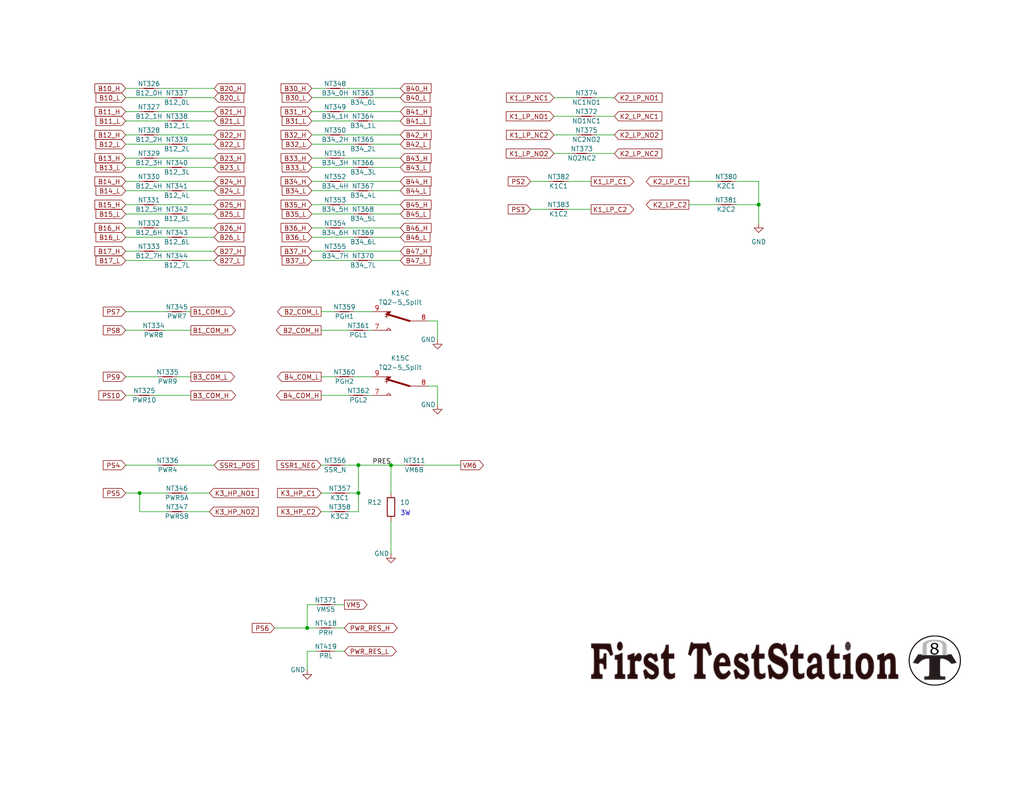
<source format=kicad_sch>
(kicad_sch (version 20230121) (generator eeschema)
  (paper "A")
  (title_block (title "FIRST TEST STATION SELFTEST BOARD 640-1010-021") (date "2023-10-01") (rev "2.1"))
  (lib_symbols
    (symbol "Library:NetTie_2" (pin_numbers hide) (pin_names (offset 0) hide) (in_bom no)
      (property "Reference" "NT" (at 0 1.27 0))
      (property "Value" "NetTie_2" (at 0 -1.27 0))
      (symbol "NetTie_2_0_1"
        (polyline (pts (xy -1.27 0) (xy 1.27 0)) (stroke (width 0.254)))
      )
      (symbol "NetTie_2_1_1"
        (pin passive line (at -2.54 0 0) (length 2.54) (name "1") (number "1"))
        (pin passive line (at 2.54 0 180) (length 2.54) (name "2") (number "2"))
      )
    )
    (symbol "Library:R" (pin_numbers hide) (pin_names (offset 0))
      (property "Reference" "R" (at 2.032 0 90))
      (property "Value" "R" (at 0 0 90))
      (symbol "R_0_1"
        (rectangle (start -1.016 -2.54) (end 1.016 2.54) (stroke (width 0.254)))
      )
      (symbol "R_1_1"
        (pin passive line (at 0 3.81 270) (length 1.27) (name "~") (number "1"))
        (pin passive line (at 0 -3.81 90) (length 1.27) (name "~") (number "2"))
      )
    )
    (symbol "Library:TQ2-5_Split"
      (property "Reference" "K" (at 6.35 1.27 0))
      (property "Value" "TQ2-5_Split" (at 6.35 -1.27 0))
      (symbol "TQ2-5_Split_0_0"
        (text "+" (at -1.27 3.81 0) (effects (font (size 1.27 1.27))))
      )
      (symbol "TQ2-5_Split_1_1"
        (rectangle (start -5.08 5.08) (end 5.08 -5.08) (stroke (width 0.254)) (fill (type background)))
        (rectangle (start -3.175 1.905) (end 3.175 -1.905) (stroke (width 0.254)))
        (polyline (pts (xy -2.54 -1.905) (xy 2.54 1.905)) (stroke (width 0.254)))
        (polyline (pts (xy 0 -5.08) (xy 0 -1.905)))
        (polyline (pts (xy 0 5.08) (xy 0 1.905)))
        (pin passive line (at 0 7.62 270) (length 2.54) (name "~") (number "1"))
        (pin passive line (at 0 -7.62 90) (length 2.54) (name "~") (number "10"))
      )
      (symbol "TQ2-5_Split_2_1"
        (polyline (pts (xy 0 -2.54) (xy -1.905 3.81)) (stroke (width 0.508)))
        (polyline (pts (xy 0 -2.54) (xy 0 -5.08)))
        (polyline (pts (xy -2.54 5.08) (xy -2.54 2.54) (xy -1.905 3.175) (xy -2.54 3.81)) (fill (type outline)))
        (polyline (pts (xy 2.54 5.08) (xy 2.54 2.54) (xy 1.905 3.175) (xy 2.54 3.81)))
        (pin passive line (at -2.54 7.62 270) (length 2.54) (name "~") (number "2"))
        (pin passive line (at 0 -7.62 90) (length 2.54) (name "~") (number "3"))
        (pin passive line (at 2.54 7.62 270) (length 2.54) (name "~") (number "4"))
      )
      (symbol "TQ2-5_Split_3_1"
        (polyline (pts (xy 0 -2.54) (xy -1.905 3.81)) (stroke (width 0.508)))
        (polyline (pts (xy 0 -2.54) (xy 0 -5.08)))
        (polyline (pts (xy -2.54 5.08) (xy -2.54 2.54) (xy -1.905 3.175) (xy -2.54 3.81)) (fill (type outline)))
        (polyline (pts (xy 2.54 5.08) (xy 2.54 2.54) (xy 1.905 3.175) (xy 2.54 3.81)))
        (pin passive line (at 2.54 7.62 270) (length 2.54) (name "~") (number "7"))
        (pin passive line (at 0 -7.62 90) (length 2.54) (name "~") (number "8"))
        (pin passive line (at -2.54 7.62 270) (length 2.54) (name "~") (number "9"))
      )
    )
    (symbol "power:GND" (power) (pin_names (offset 0))
      (property "Value" "GND" (at 0 -3.81 0))
      (symbol "GND_0_1"
        (polyline (pts (xy 0 0) (xy 0 -1.27) (xy 1.27 -1.27) (xy 0 -2.54) (xy -1.27 -1.27) (xy 0 -1.27)))
      )
      (symbol "GND_1_1"
        (pin power_in line (at 0 0 270) (length 0) hide (name "GND") (number "1"))
      )
    )
  )
  (junction (at 106.68 127))
  (junction (at 97.79 134.62))
  (junction (at 83.82 171.45))
  (junction (at 207.01 55.88))
  (junction (at 97.79 127))
  (junction (at 38.1 134.62))
  (wire (pts (xy 93.98 127) (xy 97.79 127)))
  (wire (pts (xy 207.01 55.88) (xy 207.01 60.96)))
  (wire (pts (xy 106.68 142.24) (xy 106.68 151.13)))
  (wire (pts (xy 96.52 102.87) (xy 101.6 102.87)))
  (wire (pts (xy 50.8 85.09) (xy 52.07 85.09)))
  (wire (pts (xy 50.8 45.72) (xy 58.42 45.72)))
  (wire (pts (xy 34.29 127) (xy 43.18 127)))
  (wire (pts (xy 162.56 36.83) (xy 167.64 36.83)))
  (wire (pts (xy 41.91 107.95) (xy 52.07 107.95)))
  (wire (pts (xy 151.13 26.67) (xy 157.48 26.67)))
  (wire (pts (xy 149.86 49.53) (xy 144.78 49.53)))
  (wire (pts (xy 43.18 68.58) (xy 58.42 68.58)))
  (wire (pts (xy 87.63 107.95) (xy 95.25 107.95)))
  (wire (pts (xy 34.29 45.72) (xy 45.72 45.72)))
  (wire (pts (xy 83.82 177.8) (xy 83.82 182.88)))
  (wire (pts (xy 85.09 58.42) (xy 96.52 58.42)))
  (wire (pts (xy 83.82 165.1) (xy 83.82 171.45)))
  (wire (pts (xy 34.29 26.67) (xy 45.72 26.67)))
  (wire (pts (xy 93.98 62.23) (xy 109.22 62.23)))
  (wire (pts (xy 87.63 85.09) (xy 91.44 85.09)))
  (wire (pts (xy 87.63 139.7) (xy 90.17 139.7)))
  (wire (pts (xy 93.98 30.48) (xy 109.22 30.48)))
  (wire (pts (xy 161.29 57.15) (xy 154.94 57.15)))
  (wire (pts (xy 101.6 58.42) (xy 109.22 58.42)))
  (wire (pts (xy 34.29 33.02) (xy 45.72 33.02)))
  (wire (pts (xy 85.09 55.88) (xy 88.9 55.88)))
  (wire (pts (xy 96.52 85.09) (xy 101.6 85.09)))
  (wire (pts (xy 93.98 43.18) (xy 109.22 43.18)))
  (wire (pts (xy 43.18 30.48) (xy 58.42 30.48)))
  (wire (pts (xy 45.72 139.7) (xy 38.1 139.7)))
  (wire (pts (xy 91.44 171.45) (xy 93.98 171.45)))
  (wire (pts (xy 87.63 90.17) (xy 95.25 90.17)))
  (wire (pts (xy 85.09 68.58) (xy 88.9 68.58)))
  (wire (pts (xy 101.6 39.37) (xy 109.22 39.37)))
  (wire (pts (xy 97.79 139.7) (xy 97.79 134.62)))
  (wire (pts (xy 50.8 139.7) (xy 57.15 139.7)))
  (wire (pts (xy 93.98 49.53) (xy 109.22 49.53)))
  (wire (pts (xy 34.29 58.42) (xy 45.72 58.42)))
  (wire (pts (xy 91.44 177.8) (xy 93.98 177.8)))
  (wire (pts (xy 162.56 31.75) (xy 167.64 31.75)))
  (wire (pts (xy 50.8 39.37) (xy 58.42 39.37)))
  (wire (pts (xy 95.25 134.62) (xy 97.79 134.62)))
  (wire (pts (xy 101.6 33.02) (xy 109.22 33.02)))
  (wire (pts (xy 50.8 64.77) (xy 58.42 64.77)))
  (wire (pts (xy 156.21 41.91) (xy 151.13 41.91)))
  (wire (pts (xy 43.18 24.13) (xy 58.42 24.13)))
  (wire (pts (xy 34.29 55.88) (xy 38.1 55.88)))
  (wire (pts (xy 85.09 33.02) (xy 96.52 33.02)))
  (wire (pts (xy 34.29 43.18) (xy 38.1 43.18)))
  (wire (pts (xy 149.86 57.15) (xy 144.78 57.15)))
  (wire (pts (xy 115.57 127) (xy 125.73 127)))
  (wire (pts (xy 85.09 52.07) (xy 96.52 52.07)))
  (wire (pts (xy 50.8 71.12) (xy 58.42 71.12)))
  (wire (pts (xy 101.6 26.67) (xy 109.22 26.67)))
  (wire (pts (xy 93.98 36.83) (xy 109.22 36.83)))
  (wire (pts (xy 34.29 107.95) (xy 36.83 107.95)))
  (wire (pts (xy 207.01 49.53) (xy 207.01 55.88)))
  (wire (pts (xy 95.25 139.7) (xy 97.79 139.7)))
  (wire (pts (xy 100.33 107.95) (xy 101.6 107.95)))
  (wire (pts (xy 187.96 55.88) (xy 195.58 55.88)))
  (wire (pts (xy 38.1 139.7) (xy 38.1 134.62)))
  (wire (pts (xy 83.82 177.8) (xy 86.36 177.8)))
  (wire (pts (xy 85.09 30.48) (xy 88.9 30.48)))
  (wire (pts (xy 34.29 49.53) (xy 38.1 49.53)))
  (wire (pts (xy 101.6 52.07) (xy 109.22 52.07)))
  (wire (pts (xy 50.8 134.62) (xy 57.15 134.62)))
  (wire (pts (xy 91.44 165.1) (xy 93.98 165.1)))
  (wire (pts (xy 97.79 127) (xy 106.68 127)))
  (wire (pts (xy 43.18 36.83) (xy 58.42 36.83)))
  (wire (pts (xy 116.84 87.63) (xy 119.38 87.63)))
  (wire (pts (xy 85.09 64.77) (xy 96.52 64.77)))
  (wire (pts (xy 85.09 43.18) (xy 88.9 43.18)))
  (wire (pts (xy 116.84 105.41) (xy 119.38 105.41)))
  (wire (pts (xy 34.29 85.09) (xy 45.72 85.09)))
  (wire (pts (xy 200.66 49.53) (xy 207.01 49.53)))
  (wire (pts (xy 87.63 102.87) (xy 91.44 102.87)))
  (wire (pts (xy 100.33 90.17) (xy 101.6 90.17)))
  (wire (pts (xy 50.8 26.67) (xy 58.42 26.67)))
  (wire (pts (xy 93.98 68.58) (xy 109.22 68.58)))
  (wire (pts (xy 34.29 39.37) (xy 45.72 39.37)))
  (wire (pts (xy 151.13 36.83) (xy 157.48 36.83)))
  (wire (pts (xy 85.09 39.37) (xy 96.52 39.37)))
  (wire (pts (xy 187.96 49.53) (xy 195.58 49.53)))
  (wire (pts (xy 43.18 49.53) (xy 58.42 49.53)))
  (wire (pts (xy 48.26 102.87) (xy 52.07 102.87)))
  (wire (pts (xy 34.29 30.48) (xy 38.1 30.48)))
  (wire (pts (xy 101.6 71.12) (xy 109.22 71.12)))
  (wire (pts (xy 43.18 43.18) (xy 58.42 43.18)))
  (wire (pts (xy 200.66 55.88) (xy 207.01 55.88)))
  (wire (pts (xy 97.79 134.62) (xy 97.79 127)))
  (wire (pts (xy 119.38 105.41) (xy 119.38 110.49)))
  (wire (pts (xy 85.09 36.83) (xy 88.9 36.83)))
  (wire (pts (xy 34.29 68.58) (xy 38.1 68.58)))
  (wire (pts (xy 85.09 71.12) (xy 96.52 71.12)))
  (wire (pts (xy 34.29 102.87) (xy 43.18 102.87)))
  (wire (pts (xy 83.82 171.45) (xy 86.36 171.45)))
  (wire (pts (xy 48.26 127) (xy 58.42 127)))
  (wire (pts (xy 85.09 26.67) (xy 96.52 26.67)))
  (wire (pts (xy 157.48 31.75) (xy 151.13 31.75)))
  (wire (pts (xy 34.29 36.83) (xy 38.1 36.83)))
  (wire (pts (xy 50.8 52.07) (xy 58.42 52.07)))
  (wire (pts (xy 167.64 41.91) (xy 161.29 41.91)))
  (wire (pts (xy 85.09 45.72) (xy 96.52 45.72)))
  (wire (pts (xy 85.09 49.53) (xy 88.9 49.53)))
  (wire (pts (xy 34.29 90.17) (xy 39.37 90.17)))
  (wire (pts (xy 43.18 55.88) (xy 58.42 55.88)))
  (wire (pts (xy 34.29 71.12) (xy 45.72 71.12)))
  (wire (pts (xy 119.38 87.63) (xy 119.38 92.71)))
  (wire (pts (xy 38.1 134.62) (xy 45.72 134.62)))
  (wire (pts (xy 93.98 24.13) (xy 109.22 24.13)))
  (wire (pts (xy 34.29 62.23) (xy 38.1 62.23)))
  (wire (pts (xy 106.68 127) (xy 110.49 127)))
  (wire (pts (xy 85.09 62.23) (xy 88.9 62.23)))
  (wire (pts (xy 87.63 127) (xy 88.9 127)))
  (wire (pts (xy 34.29 24.13) (xy 38.1 24.13)))
  (wire (pts (xy 74.93 171.45) (xy 83.82 171.45)))
  (wire (pts (xy 44.45 90.17) (xy 52.07 90.17)))
  (wire (pts (xy 34.29 52.07) (xy 45.72 52.07)))
  (wire (pts (xy 85.09 24.13) (xy 88.9 24.13)))
  (wire (pts (xy 43.18 62.23) (xy 58.42 62.23)))
  (wire (pts (xy 34.29 64.77) (xy 45.72 64.77)))
  (wire (pts (xy 93.98 55.88) (xy 109.22 55.88)))
  (wire (pts (xy 101.6 45.72) (xy 109.22 45.72)))
  (wire (pts (xy 106.68 127) (xy 106.68 134.62)))
  (wire (pts (xy 86.36 165.1) (xy 83.82 165.1)))
  (wire (pts (xy 50.8 58.42) (xy 58.42 58.42)))
  (wire (pts (xy 161.29 49.53) (xy 154.94 49.53)))
  (wire (pts (xy 50.8 33.02) (xy 58.42 33.02)))
  (wire (pts (xy 101.6 64.77) (xy 109.22 64.77)))
  (wire (pts (xy 34.29 134.62) (xy 38.1 134.62)))
  (wire (pts (xy 87.63 134.62) (xy 90.17 134.62)))
  (wire (pts (xy 162.56 26.67) (xy 167.64 26.67)))
  (image (at 255.27 180.34))
  (image (at 203.2 180.34) (scale 2.13772))
  (text "3W" (at 109.22 140.97 0) (effects (font (size 1.27 1.27)) (justify left bottom)))
  (label "PRES" (at 101.6 127 0))
  (global_label "K1_LP_NC1" (shape input) (at 151.13 26.67 180) (property "Intersheetrefs" "${INTERSHEET_REFS}" (effects hide)))
  (global_label "PS10" (shape input) (at 34.29 107.95 180) (property "Intersheetrefs" "${INTERSHEET_REFS}" (effects hide)))
  (global_label "B43_H" (shape input) (at 109.22 43.18 0) (property "Intersheetrefs" "${INTERSHEET_REFS}" (effects hide)))
  (global_label "B46_H" (shape input) (at 109.22 62.23 0) (property "Intersheetrefs" "${INTERSHEET_REFS}" (effects hide)))
  (global_label "B43_L" (shape input) (at 109.22 45.72 0) (property "Intersheetrefs" "${INTERSHEET_REFS}" (effects hide)))
  (global_label "B20_H" (shape input) (at 58.42 24.13 0) (property "Intersheetrefs" "${INTERSHEET_REFS}" (effects hide)))
  (global_label "B16_H" (shape input) (at 34.29 62.23 180) (property "Intersheetrefs" "${INTERSHEET_REFS}" (effects hide)))
  (global_label "B3_COM_L" (shape output) (at 52.07 102.87 0) (property "Intersheetrefs" "${INTERSHEET_REFS}" (effects hide)))
  (global_label "B21_H" (shape input) (at 58.42 30.48 0) (property "Intersheetrefs" "${INTERSHEET_REFS}" (effects hide)))
  (global_label "B37_L" (shape input) (at 85.09 71.12 180) (property "Intersheetrefs" "${INTERSHEET_REFS}" (effects hide)))
  (global_label "B12_L" (shape input) (at 34.29 39.37 180) (property "Intersheetrefs" "${INTERSHEET_REFS}" (effects hide)))
  (global_label "B13_H" (shape input) (at 34.29 43.18 180) (property "Intersheetrefs" "${INTERSHEET_REFS}" (effects hide)))
  (global_label "B23_H" (shape input) (at 58.42 43.18 0) (property "Intersheetrefs" "${INTERSHEET_REFS}" (effects hide)))
  (global_label "B36_L" (shape input) (at 85.09 64.77 180) (property "Intersheetrefs" "${INTERSHEET_REFS}" (effects hide)))
  (global_label "VM6" (shape output) (at 125.73 127 0) (property "Intersheetrefs" "${INTERSHEET_REFS}" (effects hide)))
  (global_label "B35_H" (shape input) (at 85.09 55.88 180) (property "Intersheetrefs" "${INTERSHEET_REFS}" (effects hide)))
  (global_label "B41_L" (shape input) (at 109.22 33.02 0) (property "Intersheetrefs" "${INTERSHEET_REFS}" (effects hide)))
  (global_label "PS8" (shape input) (at 34.29 90.17 180) (property "Intersheetrefs" "${INTERSHEET_REFS}" (effects hide)))
  (global_label "B15_H" (shape input) (at 34.29 55.88 180) (property "Intersheetrefs" "${INTERSHEET_REFS}" (effects hide)))
  (global_label "B30_L" (shape input) (at 85.09 26.67 180) (property "Intersheetrefs" "${INTERSHEET_REFS}" (effects hide)))
  (global_label "B17_L" (shape input) (at 34.29 71.12 180) (property "Intersheetrefs" "${INTERSHEET_REFS}" (effects hide)))
  (global_label "B41_H" (shape input) (at 109.22 30.48 0) (property "Intersheetrefs" "${INTERSHEET_REFS}" (effects hide)))
  (global_label "PS4" (shape input) (at 34.29 127 180) (property "Intersheetrefs" "${INTERSHEET_REFS}" (effects hide)))
  (global_label "B42_L" (shape input) (at 109.22 39.37 0) (property "Intersheetrefs" "${INTERSHEET_REFS}" (effects hide)))
  (global_label "SSR1_POS" (shape input) (at 58.42 127 0) (property "Intersheetrefs" "${INTERSHEET_REFS}" (effects hide)))
  (global_label "B21_L" (shape input) (at 58.42 33.02 0) (property "Intersheetrefs" "${INTERSHEET_REFS}" (effects hide)))
  (global_label "B32_L" (shape input) (at 85.09 39.37 180) (property "Intersheetrefs" "${INTERSHEET_REFS}" (effects hide)))
  (global_label "B25_L" (shape input) (at 58.42 58.42 0) (property "Intersheetrefs" "${INTERSHEET_REFS}" (effects hide)))
  (global_label "B3_COM_H" (shape output) (at 52.07 107.95 0) (property "Intersheetrefs" "${INTERSHEET_REFS}" (effects hide)))
  (global_label "B45_L" (shape input) (at 109.22 58.42 0) (property "Intersheetrefs" "${INTERSHEET_REFS}" (effects hide)))
  (global_label "B32_H" (shape input) (at 85.09 36.83 180) (property "Intersheetrefs" "${INTERSHEET_REFS}" (effects hide)))
  (global_label "PWR_RES_H" (shape bidirectional) (at 93.98 171.45 0) (property "Intersheetrefs" "${INTERSHEET_REFS}" (effects hide)))
  (global_label "PS3" (shape input) (at 144.78 57.15 180) (property "Intersheetrefs" "${INTERSHEET_REFS}" (effects hide)))
  (global_label "K1_LP_C1" (shape output) (at 161.29 49.53 0) (property "Intersheetrefs" "${INTERSHEET_REFS}" (effects hide)))
  (global_label "K1_LP_C2" (shape output) (at 161.29 57.15 0) (property "Intersheetrefs" "${INTERSHEET_REFS}" (effects hide)))
  (global_label "B31_L" (shape input) (at 85.09 33.02 180) (property "Intersheetrefs" "${INTERSHEET_REFS}" (effects hide)))
  (global_label "B37_H" (shape input) (at 85.09 68.58 180) (property "Intersheetrefs" "${INTERSHEET_REFS}" (effects hide)))
  (global_label "B34_H" (shape input) (at 85.09 49.53 180) (property "Intersheetrefs" "${INTERSHEET_REFS}" (effects hide)))
  (global_label "B17_H" (shape input) (at 34.29 68.58 180) (property "Intersheetrefs" "${INTERSHEET_REFS}" (effects hide)))
  (global_label "B35_L" (shape input) (at 85.09 58.42 180) (property "Intersheetrefs" "${INTERSHEET_REFS}" (effects hide)))
  (global_label "B25_H" (shape input) (at 58.42 55.88 0) (property "Intersheetrefs" "${INTERSHEET_REFS}" (effects hide)))
  (global_label "B11_H" (shape input) (at 34.29 30.48 180) (property "Intersheetrefs" "${INTERSHEET_REFS}" (effects hide)))
  (global_label "VM5" (shape output) (at 93.98 165.1 0) (property "Intersheetrefs" "${INTERSHEET_REFS}" (effects hide)))
  (global_label "B27_H" (shape input) (at 58.42 68.58 0) (property "Intersheetrefs" "${INTERSHEET_REFS}" (effects hide)))
  (global_label "K2_LP_NC2" (shape input) (at 167.64 41.91 0) (property "Intersheetrefs" "${INTERSHEET_REFS}" (effects hide)))
  (global_label "B2_COM_H" (shape output) (at 87.63 90.17 180) (property "Intersheetrefs" "${INTERSHEET_REFS}" (effects hide)))
  (global_label "B33_L" (shape input) (at 85.09 45.72 180) (property "Intersheetrefs" "${INTERSHEET_REFS}" (effects hide)))
  (global_label "B47_H" (shape input) (at 109.22 68.58 0) (property "Intersheetrefs" "${INTERSHEET_REFS}" (effects hide)))
  (global_label "PS2" (shape input) (at 144.78 49.53 180) (property "Intersheetrefs" "${INTERSHEET_REFS}" (effects hide)))
  (global_label "PS6" (shape input) (at 74.93 171.45 180) (property "Intersheetrefs" "${INTERSHEET_REFS}" (effects hide)))
  (global_label "B1_COM_H" (shape output) (at 52.07 90.17 0) (property "Intersheetrefs" "${INTERSHEET_REFS}" (effects hide)))
  (global_label "B36_H" (shape input) (at 85.09 62.23 180) (property "Intersheetrefs" "${INTERSHEET_REFS}" (effects hide)))
  (global_label "B20_L" (shape input) (at 58.42 26.67 0) (property "Intersheetrefs" "${INTERSHEET_REFS}" (effects hide)))
  (global_label "B14_L" (shape input) (at 34.29 52.07 180) (property "Intersheetrefs" "${INTERSHEET_REFS}" (effects hide)))
  (global_label "B42_H" (shape input) (at 109.22 36.83 0) (property "Intersheetrefs" "${INTERSHEET_REFS}" (effects hide)))
  (global_label "PS9" (shape input) (at 34.29 102.87 180) (property "Intersheetrefs" "${INTERSHEET_REFS}" (effects hide)))
  (global_label "B45_H" (shape input) (at 109.22 55.88 0) (property "Intersheetrefs" "${INTERSHEET_REFS}" (effects hide)))
  (global_label "K2_LP_NO1" (shape input) (at 167.64 26.67 0) (property "Intersheetrefs" "${INTERSHEET_REFS}" (effects hide)))
  (global_label "K1_LP_NC2" (shape input) (at 151.13 36.83 180) (property "Intersheetrefs" "${INTERSHEET_REFS}" (effects hide)))
  (global_label "K3_HP_NO1" (shape input) (at 57.15 134.62 0) (property "Intersheetrefs" "${INTERSHEET_REFS}" (effects hide)))
  (global_label "B1_COM_L" (shape output) (at 52.07 85.09 0) (property "Intersheetrefs" "${INTERSHEET_REFS}" (effects hide)))
  (global_label "K1_LP_NO1" (shape input) (at 151.13 31.75 180) (property "Intersheetrefs" "${INTERSHEET_REFS}" (effects hide)))
  (global_label "B10_L" (shape input) (at 34.29 26.67 180) (property "Intersheetrefs" "${INTERSHEET_REFS}" (effects hide)))
  (global_label "B46_L" (shape input) (at 109.22 64.77 0) (property "Intersheetrefs" "${INTERSHEET_REFS}" (effects hide)))
  (global_label "B23_L" (shape input) (at 58.42 45.72 0) (property "Intersheetrefs" "${INTERSHEET_REFS}" (effects hide)))
  (global_label "B27_L" (shape input) (at 58.42 71.12 0) (property "Intersheetrefs" "${INTERSHEET_REFS}" (effects hide)))
  (global_label "B4_COM_L" (shape output) (at 87.63 102.87 180) (property "Intersheetrefs" "${INTERSHEET_REFS}" (effects hide)))
  (global_label "B44_H" (shape input) (at 109.22 49.53 0) (property "Intersheetrefs" "${INTERSHEET_REFS}" (effects hide)))
  (global_label "B12_H" (shape input) (at 34.29 36.83 180) (property "Intersheetrefs" "${INTERSHEET_REFS}" (effects hide)))
  (global_label "K3_HP_C2" (shape input) (at 87.63 139.7 180) (property "Intersheetrefs" "${INTERSHEET_REFS}" (effects hide)))
  (global_label "B24_L" (shape input) (at 58.42 52.07 0) (property "Intersheetrefs" "${INTERSHEET_REFS}" (effects hide)))
  (global_label "K2_LP_NC1" (shape input) (at 167.64 31.75 0) (property "Intersheetrefs" "${INTERSHEET_REFS}" (effects hide)))
  (global_label "B4_COM_H" (shape output) (at 87.63 107.95 180) (property "Intersheetrefs" "${INTERSHEET_REFS}" (effects hide)))
  (global_label "PS7" (shape input) (at 34.29 85.09 180) (property "Intersheetrefs" "${INTERSHEET_REFS}" (effects hide)))
  (global_label "B16_L" (shape input) (at 34.29 64.77 180) (property "Intersheetrefs" "${INTERSHEET_REFS}" (effects hide)))
  (global_label "PWR_RES_L" (shape bidirectional) (at 93.98 177.8 0) (property "Intersheetrefs" "${INTERSHEET_REFS}" (effects hide)))
  (global_label "K2_LP_NO2" (shape input) (at 167.64 36.83 0) (property "Intersheetrefs" "${INTERSHEET_REFS}" (effects hide)))
  (global_label "B30_H" (shape input) (at 85.09 24.13 180) (property "Intersheetrefs" "${INTERSHEET_REFS}" (effects hide)))
  (global_label "B47_L" (shape input) (at 109.22 71.12 0) (property "Intersheetrefs" "${INTERSHEET_REFS}" (effects hide)))
  (global_label "B10_H" (shape input) (at 34.29 24.13 180) (property "Intersheetrefs" "${INTERSHEET_REFS}" (effects hide)))
  (global_label "B31_H" (shape input) (at 85.09 30.48 180) (property "Intersheetrefs" "${INTERSHEET_REFS}" (effects hide)))
  (global_label "K1_LP_NO2" (shape input) (at 151.13 41.91 180) (property "Intersheetrefs" "${INTERSHEET_REFS}" (effects hide)))
  (global_label "B13_L" (shape input) (at 34.29 45.72 180) (property "Intersheetrefs" "${INTERSHEET_REFS}" (effects hide)))
  (global_label "B40_L" (shape input) (at 109.22 26.67 0) (property "Intersheetrefs" "${INTERSHEET_REFS}" (effects hide)))
  (global_label "B40_H" (shape input) (at 109.22 24.13 0) (property "Intersheetrefs" "${INTERSHEET_REFS}" (effects hide)))
  (global_label "SSR1_NEG" (shape input) (at 87.63 127 180) (property "Intersheetrefs" "${INTERSHEET_REFS}" (effects hide)))
  (global_label "B15_L" (shape input) (at 34.29 58.42 180) (property "Intersheetrefs" "${INTERSHEET_REFS}" (effects hide)))
  (global_label "B2_COM_L" (shape output) (at 87.63 85.09 180) (property "Intersheetrefs" "${INTERSHEET_REFS}" (effects hide)))
  (global_label "B34_L" (shape input) (at 85.09 52.07 180) (property "Intersheetrefs" "${INTERSHEET_REFS}" (effects hide)))
  (global_label "B14_H" (shape input) (at 34.29 49.53 180) (property "Intersheetrefs" "${INTERSHEET_REFS}" (effects hide)))
  (global_label "K3_HP_C1" (shape input) (at 87.63 134.62 180) (property "Intersheetrefs" "${INTERSHEET_REFS}" (effects hide)))
  (global_label "B44_L" (shape input) (at 109.22 52.07 0) (property "Intersheetrefs" "${INTERSHEET_REFS}" (effects hide)))
  (global_label "B24_H" (shape input) (at 58.42 49.53 0) (property "Intersheetrefs" "${INTERSHEET_REFS}" (effects hide)))
  (global_label "B22_H" (shape input) (at 58.42 36.83 0) (property "Intersheetrefs" "${INTERSHEET_REFS}" (effects hide)))
  (global_label "B26_H" (shape input) (at 58.42 62.23 0) (property "Intersheetrefs" "${INTERSHEET_REFS}" (effects hide)))
  (global_label "K2_LP_C2" (shape output) (at 187.96 55.88 180) (property "Intersheetrefs" "${INTERSHEET_REFS}" (effects hide)))
  (global_label "B11_L" (shape input) (at 34.29 33.02 180) (property "Intersheetrefs" "${INTERSHEET_REFS}" (effects hide)))
  (global_label "K2_LP_C1" (shape output) (at 187.96 49.53 180) (property "Intersheetrefs" "${INTERSHEET_REFS}" (effects hide)))
  (global_label "PS5" (shape input) (at 34.29 134.62 180) (property "Intersheetrefs" "${INTERSHEET_REFS}" (effects hide)))
  (global_label "B26_L" (shape input) (at 58.42 64.77 0) (property "Intersheetrefs" "${INTERSHEET_REFS}" (effects hide)))
  (global_label "K3_HP_NO2" (shape input) (at 57.15 139.7 0) (property "Intersheetrefs" "${INTERSHEET_REFS}" (effects hide)))
  (global_label "B22_L" (shape input) (at 58.42 39.37 0) (property "Intersheetrefs" "${INTERSHEET_REFS}" (effects hide)))
  (global_label "B33_H" (shape input) (at 85.09 43.18 180) (property "Intersheetrefs" "${INTERSHEET_REFS}" (effects hide)))
  (symbol (lib_id "power:GND") (at 119.38 110.49 0) (unit 1)
    (property "Reference" "#PWR042" (effects hide))
    (property "Value" "GND" (at 116.84 110.49 0))
  )
  (symbol (lib_id "Library:NetTie_2") (at 48.26 26.67 0) (mirror y) (unit 1)
    (property "Reference" "NT337" (at 48.26 25.4 0))
    (property "Value" "B12_0L" (at 48.26 27.94 0))
    (property "Footprint" "NetTie:NetTie-2_Front1.0mm" (effects hide))
  )
  (symbol (lib_id "Library:NetTie_2") (at 48.26 45.72 0) (mirror y) (unit 1)
    (property "Reference" "NT340" (at 48.26 44.45 0))
    (property "Value" "B12_3L" (at 48.26 46.99 0))
    (property "Footprint" "NetTie:NetTie-2_Front1.0mm" (effects hide))
  )
  (symbol (lib_id "Library:NetTie_2") (at 48.26 64.77 0) (mirror y) (unit 1)
    (property "Reference" "NT343" (at 48.26 63.5 0))
    (property "Value" "B12_6L" (at 48.26 66.04 0))
    (property "Footprint" "NetTie:NetTie-2_Front1.0mm" (effects hide))
  )
  (symbol (lib_id "Library:NetTie_2") (at 99.06 58.42 0) (mirror y) (unit 1)
    (property "Reference" "NT368" (at 99.06 57.15 0))
    (property "Value" "B34_5L" (at 99.06 59.69 0))
    (property "Footprint" "NetTie:NetTie-2_Front1.0mm" (effects hide))
  )
  (symbol (lib_id "power:GND") (at 119.38 92.71 0) (unit 1)
    (property "Reference" "#PWR041" (effects hide))
    (property "Value" "GND" (at 116.84 92.71 0))
  )
  (symbol (lib_id "Library:NetTie_2") (at 93.98 102.87 0) (mirror y) (unit 1)
    (property "Reference" "NT360" (at 93.98 101.6 0))
    (property "Value" "PGH2" (at 93.98 104.14 0))
    (property "Footprint" "NetTie:NetTie-2_Front1.0mm" (effects hide))
  )
  (symbol (lib_id "Library:NetTie_2") (at 45.72 127 0) (mirror y) (unit 1)
    (property "Reference" "NT336" (at 45.72 125.73 0))
    (property "Value" "PWR4" (at 45.72 128.27 0))
    (property "Footprint" "NetTie:NetTie-2_Front1.0mm" (effects hide))
  )
  (symbol (lib_id "Library:NetTie_2") (at 91.44 36.83 0) (unit 1)
    (property "Reference" "NT350" (at 91.44 35.56 0))
    (property "Value" "B34_2H" (at 91.44 38.1 0))
    (property "Footprint" "NetTie:NetTie-2_Front1.0mm" (effects hide))
  )
  (symbol (lib_id "Library:NetTie_2") (at 91.44 127 0) (mirror y) (unit 1)
    (property "Reference" "NT356" (at 91.44 125.73 0))
    (property "Value" "SSR_N" (at 91.44 128.27 0))
    (property "Footprint" "NetTie:NetTie-2_Front1.0mm" (effects hide))
  )
  (symbol (lib_id "Library:NetTie_2") (at 40.64 36.83 0) (unit 1)
    (property "Reference" "NT328" (at 40.64 35.56 0))
    (property "Value" "B12_2H" (at 40.64 38.1 0))
    (property "Footprint" "NetTie:NetTie-2_Front1.0mm" (effects hide))
  )
  (symbol (lib_id "Library:NetTie_2") (at 48.26 58.42 0) (mirror y) (unit 1)
    (property "Reference" "NT342" (at 48.26 57.15 0))
    (property "Value" "B12_5L" (at 48.26 59.69 0))
    (property "Footprint" "NetTie:NetTie-2_Front1.0mm" (effects hide))
  )
  (symbol (lib_id "Library:NetTie_2") (at 152.4 49.53 0) (unit 1)
    (property "Reference" "NT382" (at 152.4 48.26 0))
    (property "Value" "K1C1" (at 152.4 50.8 0))
    (property "Footprint" "NetTie:NetTie-2_Front1.0mm" (effects hide))
  )
  (symbol (lib_id "Library:NetTie_2") (at 48.26 139.7 0) (mirror y) (unit 1)
    (property "Reference" "NT347" (at 48.26 138.43 0))
    (property "Value" "PWR5B" (at 48.26 140.97 0))
    (property "Footprint" "NetTie:NetTie-2_Front1.0mm" (effects hide))
  )
  (symbol (lib_id "Library:NetTie_2") (at 45.72 102.87 0) (mirror y) (unit 1)
    (property "Reference" "NT335" (at 45.72 101.6 0))
    (property "Value" "PWR9" (at 45.72 104.14 0))
    (property "Footprint" "NetTie:NetTie-2_Front1.0mm" (effects hide))
  )
  (symbol (lib_id "Library:NetTie_2") (at 91.44 24.13 0) (unit 1)
    (property "Reference" "NT348" (at 91.44 22.86 0))
    (property "Value" "B34_0H" (at 91.44 25.4 0))
    (property "Footprint" "NetTie:NetTie-2_Front1.0mm" (effects hide))
  )
  (symbol (lib_id "Library:NetTie_2") (at 48.26 134.62 0) (mirror y) (unit 1)
    (property "Reference" "NT346" (at 48.26 133.35 0))
    (property "Value" "PWR5A" (at 48.26 135.89 0))
    (property "Footprint" "NetTie:NetTie-2_Front1.0mm" (effects hide))
  )
  (symbol (lib_id "power:GND") (at 106.68 151.13 0) (unit 1)
    (property "Reference" "#PWR040" (effects hide))
    (property "Value" "GND" (at 104.14 151.13 0))
  )
  (symbol (lib_id "Library:NetTie_2") (at 91.44 43.18 0) (unit 1)
    (property "Reference" "NT351" (at 91.44 41.91 0))
    (property "Value" "B34_3H" (at 91.44 44.45 0))
    (property "Footprint" "NetTie:NetTie-2_Front1.0mm" (effects hide))
  )
  (symbol (lib_id "Library:NetTie_2") (at 91.44 55.88 0) (unit 1)
    (property "Reference" "NT353" (at 91.44 54.61 0))
    (property "Value" "B34_5H" (at 91.44 57.15 0))
    (property "Footprint" "NetTie:NetTie-2_Front1.0mm" (effects hide))
  )
  (symbol (lib_id "Library:NetTie_2") (at 99.06 64.77 0) (mirror y) (unit 1)
    (property "Reference" "NT369" (at 99.06 63.5 0))
    (property "Value" "B34_6L" (at 99.06 66.04 0))
    (property "Footprint" "NetTie:NetTie-2_Front1.0mm" (effects hide))
  )
  (symbol (lib_id "Library:NetTie_2") (at 97.79 90.17 0) (mirror y) (unit 1)
    (property "Reference" "NT361" (at 97.79 88.9 0))
    (property "Value" "PGL1" (at 97.79 91.44 0))
    (property "Footprint" "NetTie:NetTie-2_Front1.0mm" (effects hide))
  )
  (symbol (lib_id "Library:NetTie_2") (at 160.02 31.75 0) (mirror y) (unit 1)
    (property "Reference" "NT372" (at 160.02 30.48 0))
    (property "Value" "NO1NC1" (at 160.02 33.02 0))
    (property "Footprint" "NetTie:NetTie-2_Front1.0mm" (effects hide))
  )
  (symbol (lib_id "Library:NetTie_2") (at 99.06 52.07 0) (mirror y) (unit 1)
    (property "Reference" "NT367" (at 99.06 50.8 0))
    (property "Value" "B34_4L" (at 99.06 53.34 0))
    (property "Footprint" "NetTie:NetTie-2_Front1.0mm" (effects hide))
  )
  (symbol (lib_id "Library:NetTie_2") (at 92.71 134.62 0) (mirror y) (unit 1)
    (property "Reference" "NT357" (at 92.71 133.35 0))
    (property "Value" "K3C1" (at 92.71 135.89 0))
    (property "Footprint" "NetTie:NetTie-2_Front1.0mm" (effects hide))
  )
  (symbol (lib_id "Library:NetTie_2") (at 40.64 43.18 0) (unit 1)
    (property "Reference" "NT329" (at 40.64 41.91 0))
    (property "Value" "B12_3H" (at 40.64 44.45 0))
    (property "Footprint" "NetTie:NetTie-2_Front1.0mm" (effects hide))
  )
  (symbol (lib_id "Library:NetTie_2") (at 48.26 71.12 0) (mirror y) (unit 1)
    (property "Reference" "NT344" (at 48.26 69.85 0))
    (property "Value" "B12_7L" (at 48.26 72.39 0))
    (property "Footprint" "NetTie:NetTie-2_Front1.0mm" (effects hide))
  )
  (symbol (lib_id "power:GND") (at 207.01 60.96 0) (mirror y) (unit 1)
    (property "Reference" "#PWR043" (effects hide))
    (property "Value" "GND" (at 207.01 66.04 0))
  )
  (symbol (lib_id "Library:TQ2-5_Split") (at 109.22 87.63 90) (mirror x) (unit 3)
    (property "Reference" "K14" (at 109.22 80.01 90))
    (property "Value" "TQ2-5_Split" (at 109.22 82.55 90))
    (property "Footprint" "Relay_THT:Relay_DPDT_FRT5" (effects hide))
  )
  (symbol (lib_id "Library:NetTie_2") (at 88.9 177.8 0) (mirror y) (unit 1)
    (property "Reference" "NT419" (at 88.9 176.53 0))
    (property "Value" "PRL" (at 88.9 179.07 0))
    (property "Footprint" "NetTie:NetTie-2_Front1.0mm" (effects hide))
  )
  (symbol (lib_id "Library:NetTie_2") (at 48.26 85.09 0) (mirror y) (unit 1)
    (property "Reference" "NT345" (at 48.26 83.82 0))
    (property "Value" "PWR7" (at 48.26 86.36 0))
    (property "Footprint" "NetTie:NetTie-2_Front1.0mm" (effects hide))
  )
  (symbol (lib_id "Library:NetTie_2") (at 48.26 39.37 0) (mirror y) (unit 1)
    (property "Reference" "NT339" (at 48.26 38.1 0))
    (property "Value" "B12_2L" (at 48.26 40.64 0))
    (property "Footprint" "NetTie:NetTie-2_Front1.0mm" (effects hide))
  )
  (symbol (lib_id "Library:NetTie_2") (at 99.06 39.37 0) (mirror y) (unit 1)
    (property "Reference" "NT365" (at 99.06 38.1 0))
    (property "Value" "B34_2L" (at 99.06 40.64 0))
    (property "Footprint" "NetTie:NetTie-2_Front1.0mm" (effects hide))
  )
  (symbol (lib_id "Library:NetTie_2") (at 93.98 85.09 0) (mirror y) (unit 1)
    (property "Reference" "NT359" (at 93.98 83.82 0))
    (property "Value" "PGH1" (at 93.98 86.36 0))
    (property "Footprint" "NetTie:NetTie-2_Front1.0mm" (effects hide))
  )
  (symbol (lib_id "Library:NetTie_2") (at 40.64 49.53 0) (unit 1)
    (property "Reference" "NT330" (at 40.64 48.26 0))
    (property "Value" "B12_4H" (at 40.64 50.8 0))
    (property "Footprint" "NetTie:NetTie-2_Front1.0mm" (effects hide))
  )
  (symbol (lib_id "Library:NetTie_2") (at 198.12 49.53 0) (mirror y) (unit 1)
    (property "Reference" "NT380" (at 198.12 48.26 0))
    (property "Value" "K2C1" (at 198.12 50.8 0))
    (property "Footprint" "NetTie:NetTie-2_Front1.0mm" (effects hide))
  )
  (symbol (lib_id "Library:NetTie_2") (at 160.02 36.83 0) (mirror y) (unit 1)
    (property "Reference" "NT375" (at 160.02 35.56 0))
    (property "Value" "NC2NO2" (at 160.02 38.1 0))
    (property "Footprint" "NetTie:NetTie-2_Front1.0mm" (effects hide))
  )
  (symbol (lib_id "Library:NetTie_2") (at 99.06 71.12 0) (mirror y) (unit 1)
    (property "Reference" "NT370" (at 99.06 69.85 0))
    (property "Value" "B34_7L" (at 99.06 72.39 0))
    (property "Footprint" "NetTie:NetTie-2_Front1.0mm" (effects hide))
  )
  (symbol (lib_id "Library:NetTie_2") (at 152.4 57.15 0) (unit 1)
    (property "Reference" "NT383" (at 152.4 55.88 0))
    (property "Value" "K1C2" (at 152.4 58.42 0))
    (property "Footprint" "NetTie:NetTie-2_Front1.0mm" (effects hide))
  )
  (symbol (lib_id "Library:NetTie_2") (at 99.06 33.02 0) (mirror y) (unit 1)
    (property "Reference" "NT364" (at 99.06 31.75 0))
    (property "Value" "B34_1L" (at 99.06 34.29 0))
    (property "Footprint" "NetTie:NetTie-2_Front1.0mm" (effects hide))
  )
  (symbol (lib_id "Library:NetTie_2") (at 40.64 68.58 0) (unit 1)
    (property "Reference" "NT333" (at 40.64 67.31 0))
    (property "Value" "B12_7H" (at 40.64 69.85 0))
    (property "Footprint" "NetTie:NetTie-2_Front1.0mm" (effects hide))
  )
  (symbol (lib_id "Library:NetTie_2") (at 48.26 52.07 0) (mirror y) (unit 1)
    (property "Reference" "NT341" (at 48.26 50.8 0))
    (property "Value" "B12_4L" (at 48.26 53.34 0))
    (property "Footprint" "NetTie:NetTie-2_Front1.0mm" (effects hide))
  )
  (symbol (lib_id "Library:NetTie_2") (at 92.71 139.7 0) (mirror y) (unit 1)
    (property "Reference" "NT358" (at 92.71 138.43 0))
    (property "Value" "K3C2" (at 92.71 140.97 0))
    (property "Footprint" "NetTie:NetTie-2_Front1.0mm" (effects hide))
  )
  (symbol (lib_id "Library:TQ2-5_Split") (at 109.22 105.41 90) (mirror x) (unit 3)
    (property "Reference" "K15" (at 109.22 97.79 90))
    (property "Value" "TQ2-5_Split" (at 109.22 100.33 90))
    (property "Footprint" "Relay_THT:Relay_DPDT_FRT5" (effects hide))
  )
  (symbol (lib_id "Library:NetTie_2") (at 99.06 45.72 0) (mirror y) (unit 1)
    (property "Reference" "NT366" (at 99.06 44.45 0))
    (property "Value" "B34_3L" (at 99.06 46.99 0))
    (property "Footprint" "NetTie:NetTie-2_Front1.0mm" (effects hide))
  )
  (symbol (lib_id "Library:NetTie_2") (at 97.79 107.95 0) (mirror y) (unit 1)
    (property "Reference" "NT362" (at 97.79 106.68 0))
    (property "Value" "PGL2" (at 97.79 109.22 0))
    (property "Footprint" "NetTie:NetTie-2_Front1.0mm" (effects hide))
  )
  (symbol (lib_id "Library:NetTie_2") (at 99.06 26.67 0) (mirror y) (unit 1)
    (property "Reference" "NT363" (at 99.06 25.4 0))
    (property "Value" "B34_0L" (at 99.06 27.94 0))
    (property "Footprint" "NetTie:NetTie-2_Front1.0mm" (effects hide))
  )
  (symbol (lib_id "Library:NetTie_2") (at 40.64 62.23 0) (unit 1)
    (property "Reference" "NT332" (at 40.64 60.96 0))
    (property "Value" "B12_6H" (at 40.64 63.5 0))
    (property "Footprint" "NetTie:NetTie-2_Front1.0mm" (effects hide))
  )
  (symbol (lib_id "power:GND") (at 83.82 182.88 0) (unit 1)
    (property "Reference" "#PWR053" (effects hide))
    (property "Value" "GND" (at 81.28 182.88 0))
  )
  (symbol (lib_id "Library:NetTie_2") (at 40.64 55.88 0) (unit 1)
    (property "Reference" "NT331" (at 40.64 54.61 0))
    (property "Value" "B12_5H" (at 40.64 57.15 0))
    (property "Footprint" "NetTie:NetTie-2_Front1.0mm" (effects hide))
  )
  (symbol (lib_id "Library:NetTie_2") (at 113.03 127 0) (unit 1)
    (property "Reference" "NT311" (at 113.03 125.73 0))
    (property "Value" "VM6B" (at 113.03 128.27 0))
    (property "Footprint" "NetTie:NetTie-2_Front1.0mm" (effects hide))
  )
  (symbol (lib_id "Library:NetTie_2") (at 91.44 49.53 0) (unit 1)
    (property "Reference" "NT352" (at 91.44 48.26 0))
    (property "Value" "B34_4H" (at 91.44 50.8 0))
    (property "Footprint" "NetTie:NetTie-2_Front1.0mm" (effects hide))
  )
  (symbol (lib_id "Library:NetTie_2") (at 88.9 171.45 0) (mirror y) (unit 1)
    (property "Reference" "NT418" (at 88.9 170.18 0))
    (property "Value" "PRH" (at 88.9 172.72 0))
    (property "Footprint" "NetTie:NetTie-2_Front1.0mm" (effects hide))
  )
  (symbol (lib_id "Library:NetTie_2") (at 40.64 30.48 0) (unit 1)
    (property "Reference" "NT327" (at 40.64 29.21 0))
    (property "Value" "B12_1H" (at 40.64 31.75 0))
    (property "Footprint" "NetTie:NetTie-2_Front1.0mm" (effects hide))
  )
  (symbol (lib_id "Library:NetTie_2") (at 40.64 24.13 0) (unit 1)
    (property "Reference" "NT326" (at 40.64 22.86 0))
    (property "Value" "B12_0H" (at 40.64 25.4 0))
    (property "Footprint" "NetTie:NetTie-2_Front1.0mm" (effects hide))
  )
  (symbol (lib_id "Library:NetTie_2") (at 88.9 165.1 0) (unit 1)
    (property "Reference" "NT371" (at 88.9 163.83 0))
    (property "Value" "VMS5" (at 88.9 166.37 0))
    (property "Footprint" "NetTie:NetTie-2_Front1.0mm" (effects hide))
  )
  (symbol (lib_id "Library:NetTie_2") (at 41.91 90.17 0) (mirror y) (unit 1)
    (property "Reference" "NT334" (at 41.91 88.9 0))
    (property "Value" "PWR8" (at 41.91 91.44 0))
    (property "Footprint" "NetTie:NetTie-2_Front1.0mm" (effects hide))
  )
  (symbol (lib_id "Library:NetTie_2") (at 48.26 33.02 0) (mirror y) (unit 1)
    (property "Reference" "NT338" (at 48.26 31.75 0))
    (property "Value" "B12_1L" (at 48.26 34.29 0))
    (property "Footprint" "NetTie:NetTie-2_Front1.0mm" (effects hide))
  )
  (symbol (lib_id "Library:NetTie_2") (at 39.37 107.95 0) (mirror y) (unit 1)
    (property "Reference" "NT325" (at 39.37 106.68 0))
    (property "Value" "PWR10" (at 39.37 109.22 0))
    (property "Footprint" "NetTie:NetTie-2_Front1.0mm" (effects hide))
  )
  (symbol (lib_id "Library:NetTie_2") (at 91.44 30.48 0) (unit 1)
    (property "Reference" "NT349" (at 91.44 29.21 0))
    (property "Value" "B34_1H" (at 91.44 31.75 0))
    (property "Footprint" "NetTie:NetTie-2_Front1.0mm" (effects hide))
  )
  (symbol (lib_id "Library:NetTie_2") (at 198.12 55.88 0) (mirror y) (unit 1)
    (property "Reference" "NT381" (at 198.12 54.61 0))
    (property "Value" "K2C2" (at 198.12 57.15 0))
    (property "Footprint" "NetTie:NetTie-2_Front1.0mm" (effects hide))
  )
  (symbol (lib_id "Library:NetTie_2") (at 160.02 26.67 0) (mirror y) (unit 1)
    (property "Reference" "NT374" (at 160.02 25.4 0))
    (property "Value" "NC1NO1" (at 160.02 27.94 0))
    (property "Footprint" "NetTie:NetTie-2_Front1.0mm" (effects hide))
  )
  (symbol (lib_id "Library:NetTie_2") (at 91.44 62.23 0) (unit 1)
    (property "Reference" "NT354" (at 91.44 60.96 0))
    (property "Value" "B34_6H" (at 91.44 63.5 0))
    (property "Footprint" "NetTie:NetTie-2_Front1.0mm" (effects hide))
  )
  (symbol (lib_id "Library:R") (at 106.68 138.43 0) (mirror y) (unit 1)
    (property "Reference" "R12" (at 104.14 137.1599 0) (effects (justify left)))
    (property "Value" "10" (at 111.76 137.16 0) (effects (justify left)))
    (property "Footprint" "Resistor_THT:R_Axial_DIN0617_L17.0mm_D6.0mm_P25.40mm_Horizontal" (effects hide))
  )
  (symbol (lib_id "Library:NetTie_2") (at 158.75 41.91 0) (unit 1)
    (property "Reference" "NT373" (at 158.75 40.64 0))
    (property "Value" "NO2NC2" (at 158.75 43.18 0))
    (property "Footprint" "NetTie:NetTie-2_Front1.0mm" (effects hide))
  )
  (symbol (lib_id "Library:NetTie_2") (at 91.44 68.58 0) (unit 1)
    (property "Reference" "NT355" (at 91.44 67.31 0))
    (property "Value" "B34_7H" (at 91.44 69.85 0))
    (property "Footprint" "NetTie:NetTie-2_Front1.0mm" (effects hide))
  )
)
</source>
